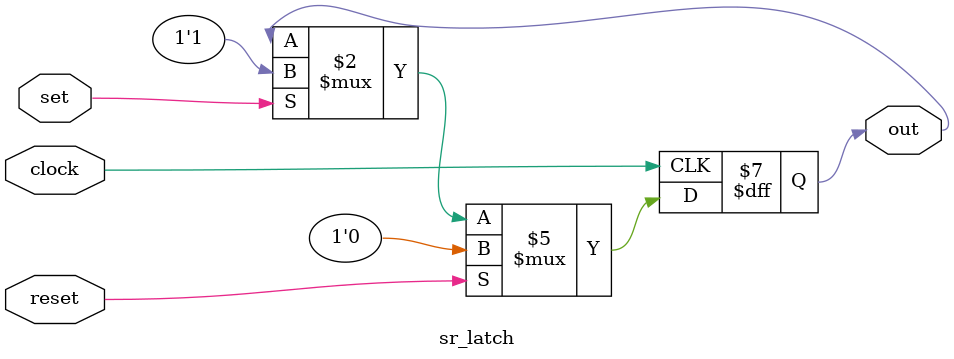
<source format=v>


module
  sr_latch
  (
    input       set,
    input       reset,
    output reg  out,
    
    input       clock
  );
  
  // --------------------------------------------------------------------
  //
  always @(posedge clock)
    if(reset)
      out <= 0;
    else if(set)
      out <= 1;

  
endmodule


</source>
